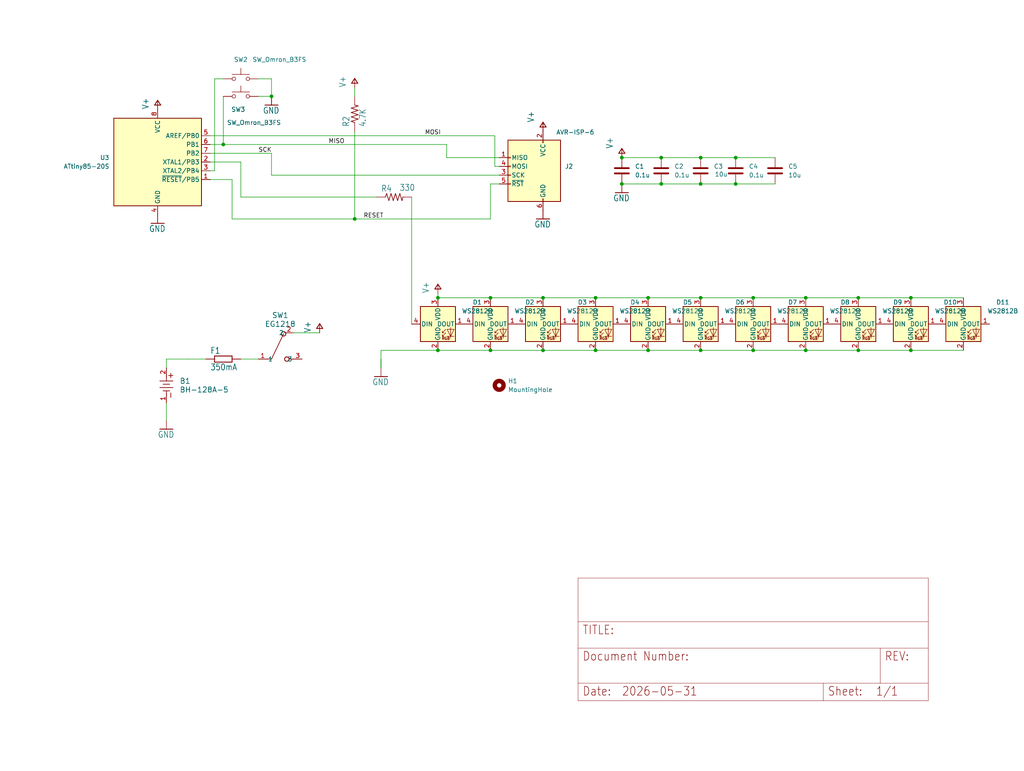
<source format=kicad_sch>
(kicad_sch (version 20231120) (generator "eeschema") (generator_version "8.0")
  (paper "User" 297.002 223.571)
  (lib_symbols
    (symbol "2024-10-30_03-31-32:BH-128A-5" (pin_names (offset 0.254))
      (property "Reference" "B" (at 4.826 3.81 0))
      (property "Value" "BH-128A-5" (at 4.826 -3.81 0))
      (symbol "BH-128A-5_1_1"
        (polyline (pts (xy 1.5875 1.27) (xy 2.8575 1.27)) (stroke (width 0.2032)))
        (polyline (pts (xy 2.2225 0.635) (xy 2.2225 1.905)) (stroke (width 0.2032)))
        (polyline (pts (xy 2.54 0) (xy 3.81 0)) (stroke (width 0.2032)))
        (polyline (pts (xy 3.81 -1.905) (xy 3.81 1.905)) (stroke (width 0.2032)))
        (polyline (pts (xy 4.7625 0.9525) (xy 4.7625 -0.9525)) (stroke (width 0.2032)))
        (polyline (pts (xy 5.715 -1.905) (xy 5.715 1.905)) (stroke (width 0.2032)))
        (polyline (pts (xy 6.6675 0) (xy 7.62 0)) (stroke (width 0.2032)))
        (polyline (pts (xy 6.6675 0.9525) (xy 6.6675 -0.9525)) (stroke (width 0.2032)))
        (polyline (pts (xy 7.3025 1.27) (xy 8.5725 1.27)) (stroke (width 0.2032)))
        (pin unspecified line (at 10.16 0 180) (length 2.54) (name "") (number "1"))
        (pin unspecified line (at 0 0 0) (length 2.54) (name "") (number "2"))
      )
    )
    (symbol "2024-10-30_04-28-58:EG1218" (pin_names (offset 0.254))
      (property "Reference" "SW" (at 7.62 15.24 0))
      (property "Value" "EG1218" (at 0 0 0))
      (symbol "EG1218_1_1"
        (polyline (pts (xy 2.54 0) (xy 3.81 0)) (stroke (width 0.2032)))
        (polyline (pts (xy 7.3251 7.3251) (xy 3.81 0)) (stroke (width 0.2032)))
        (polyline (pts (xy 10.16 0) (xy 8.89 0)) (stroke (width 0.2032)))
        (circle (center 7.3251 7.3251) (radius 0.635) (stroke (width 0.254)))
        (circle (center 8.255 0) (radius 0.635) (stroke (width 0.254)))
        (pin unspecified line (at 0 0 0) (length 2.54) (name "1") (number "1"))
        (pin unspecified line (at 10.16 7.62 180) (length 2.54) (name "2") (number "2"))
        (pin unspecified line (at 12.7 0 180) (length 2.54) (name "3") (number "3"))
      )
    )
    (symbol "Connector:AVR-ISP-6" (pin_names (offset 1.016))
      (property "Reference" "J" (at -6.35 11.43 0))
      (property "Value" "AVR-ISP-6" (at 0 11.43 0))
      (symbol "AVR-ISP-6_0_1"
        (rectangle (start -2.667 -6.858) (end -2.413 -7.62))
        (rectangle (start -2.667 10.16) (end -2.413 9.398))
        (rectangle (start 7.62 -2.413) (end 6.858 -2.667))
        (rectangle (start 7.62 0.127) (end 6.858 -0.127))
        (rectangle (start 7.62 2.667) (end 6.858 2.413))
        (rectangle (start 7.62 5.207) (end 6.858 4.953))
        (rectangle (start 7.62 10.16) (end -7.62 -7.62) (stroke (width 0.254)) (fill (type background)))
      )
      (symbol "AVR-ISP-6_1_1"
        (pin passive line (at 10.16 5.08 180) (length 2.54) (name "MISO") (number "1"))
        (pin passive line (at -2.54 12.7 270) (length 2.54) (name "VCC") (number "2"))
        (pin passive line (at 10.16 0 180) (length 2.54) (name "SCK") (number "3"))
        (pin passive line (at 10.16 2.54 180) (length 2.54) (name "MOSI") (number "4"))
        (pin passive line (at 10.16 -2.54 180) (length 2.54) (name "~{RST}") (number "5"))
        (pin passive line (at -2.54 -10.16 90) (length 2.54) (name "GND") (number "6"))
      )
    )
    (symbol "Device:C" (pin_numbers hide) (pin_names (offset 0.254))
      (property "Reference" "C" (at 0.635 2.54 0))
      (property "Value" "C" (at 0.635 -2.54 0))
      (symbol "C_0_1"
        (polyline (pts (xy -2.032 -0.762) (xy 2.032 -0.762)) (stroke (width 0.508)))
        (polyline (pts (xy -2.032 0.762) (xy 2.032 0.762)) (stroke (width 0.508)))
      )
      (symbol "C_1_1"
        (pin passive line (at 0 3.81 270) (length 2.794) (name "~") (number "1"))
        (pin passive line (at 0 -3.81 90) (length 2.794) (name "~") (number "2"))
      )
    )
    (symbol "LED:NeoPixel_THT" (pin_names (offset 0.254))
      (property "Reference" "D" (at 5.08 5.715 0))
      (property "Value" "NeoPixel_THT" (at 1.27 -5.715 0))
      (symbol "NeoPixel_THT_0_0"
        (text "RGB" (at 2.286 -4.191 0) (effects (font (size 0.762 0.762))))
      )
      (symbol "NeoPixel_THT_0_1"
        (polyline (pts (xy 1.27 -3.556) (xy 1.778 -3.556)))
        (polyline (pts (xy 1.27 -2.54) (xy 1.778 -2.54)))
        (polyline (pts (xy 4.699 -3.556) (xy 2.667 -3.556)))
        (polyline (pts (xy 2.286 -2.54) (xy 1.27 -3.556) (xy 1.27 -3.048)))
        (polyline (pts (xy 2.286 -1.524) (xy 1.27 -2.54) (xy 1.27 -2.032)))
        (polyline (pts (xy 3.683 -1.016) (xy 3.683 -3.556) (xy 3.683 -4.064)))
        (polyline (pts (xy 4.699 -1.524) (xy 2.667 -1.524) (xy 3.683 -3.556) (xy 4.699 -1.524)))
        (rectangle (start 5.08 5.08) (end -5.08 -5.08) (stroke (width 0.254)) (fill (type background)))
      )
      (symbol "NeoPixel_THT_1_1"
        (pin output line (at 7.62 0 180) (length 2.54) (name "DOUT") (number "1"))
        (pin power_in line (at 0 -7.62 90) (length 2.54) (name "GND") (number "2"))
        (pin power_in line (at 0 7.62 270) (length 2.54) (name "VDD") (number "3"))
        (pin input line (at -7.62 0 0) (length 2.54) (name "DIN") (number "4"))
      )
    )
    (symbol "MCU_Microchip_ATtiny:ATtiny85-20S"
      (property "Reference" "U" (at -12.7 13.97 0))
      (property "Value" "ATtiny85-20S" (at 2.54 -13.97 0))
      (symbol "ATtiny85-20S_0_1"
        (rectangle (start -12.7 -12.7) (end 12.7 12.7) (stroke (width 0.254)) (fill (type background)))
      )
      (symbol "ATtiny85-20S_1_1"
        (pin bidirectional line (at 15.24 -5.08 180) (length 2.54) (name "~{RESET}/PB5") (number "1"))
        (pin bidirectional line (at 15.24 0 180) (length 2.54) (name "XTAL1/PB3") (number "2"))
        (pin bidirectional line (at 15.24 -2.54 180) (length 2.54) (name "XTAL2/PB4") (number "3"))
        (pin power_in line (at 0 -15.24 90) (length 2.54) (name "GND") (number "4"))
        (pin bidirectional line (at 15.24 7.62 180) (length 2.54) (name "AREF/PB0") (number "5"))
        (pin bidirectional line (at 15.24 5.08 180) (length 2.54) (name "PB1") (number "6"))
        (pin bidirectional line (at 15.24 2.54 180) (length 2.54) (name "PB2") (number "7"))
        (pin power_in line (at 0 15.24 270) (length 2.54) (name "VCC") (number "8"))
      )
    )
    (symbol "Mechanical:MountingHole" (pin_names (offset 1.016)) (exclude_from_sim yes) (in_bom no)
      (property "Reference" "H" (at 0 5.08 0))
      (property "Value" "MountingHole" (at 0 3.175 0))
      (symbol "MountingHole_0_1"
        (circle (center 0 0) (radius 1.27) (stroke (width 1.27)))
      )
    )
    (symbol "Switch:SW_Omron_B3FS" (pin_numbers hide) (pin_names (offset 1.016) hide)
      (property "Reference" "SW" (at 1.27 2.54 0))
      (property "Value" "SW_Omron_B3FS" (at 0 -1.524 0))
      (symbol "SW_Omron_B3FS_0_1"
        (circle (center -2.032 0) (radius 0.508))
        (polyline (pts (xy 0 1.27) (xy 0 3.048)))
        (polyline (pts (xy 2.54 1.27) (xy -2.54 1.27)))
        (circle (center 2.032 0) (radius 0.508))
        (pin passive line (at -5.08 0 0) (length 2.54) (name "1") (number "1"))
        (pin passive line (at 5.08 0 180) (length 2.54) (name "2") (number "2"))
      )
    )
    (symbol "heart-eagle-import:GND" (power)
      (symbol "GND_1_0"
        (polyline (pts (xy -1.905 0) (xy 1.905 0)) (stroke (width 0.254)))
        (pin power_in line (at 0 2.54 270) (length 2.54) (name "GND") (number "1"))
      )
    )
    (symbol "heart-eagle-import:LETTER_L"
      (symbol "LETTER_L_1_0"
        (polyline (pts (xy 0 0) (xy 248.92 0) (xy 248.92 185.42) (xy 0 185.42) (xy 0 0)))
      )
      (symbol "LETTER_L_2_0"
        (polyline (pts (xy 0 0) (xy 0 5.08)) (stroke (width 0.1016)))
        (polyline (pts (xy 0 0) (xy 71.12 0)) (stroke (width 0.1016)))
        (polyline (pts (xy 0 5.08) (xy 0 15.24)) (stroke (width 0.1016)))
        (polyline (pts (xy 0 5.08) (xy 71.12 5.08)) (stroke (width 0.1016)))
        (polyline (pts (xy 0 15.24) (xy 0 22.86)) (stroke (width 0.1016)))
        (polyline (pts (xy 0 22.86) (xy 0 35.56)) (stroke (width 0.1016)))
        (polyline (pts (xy 0 22.86) (xy 101.6 22.86)) (stroke (width 0.1016)))
        (polyline (pts (xy 71.12 0) (xy 101.6 0)) (stroke (width 0.1016)))
        (polyline (pts (xy 71.12 5.08) (xy 71.12 0)) (stroke (width 0.1016)))
        (polyline (pts (xy 71.12 5.08) (xy 87.63 5.08)) (stroke (width 0.1016)))
        (polyline (pts (xy 87.63 5.08) (xy 101.6 5.08)) (stroke (width 0.1016)))
        (polyline (pts (xy 87.63 15.24) (xy 0 15.24)) (stroke (width 0.1016)))
        (polyline (pts (xy 87.63 15.24) (xy 87.63 5.08)) (stroke (width 0.1016)))
        (polyline (pts (xy 101.6 5.08) (xy 101.6 0)) (stroke (width 0.1016)))
        (polyline (pts (xy 101.6 15.24) (xy 87.63 15.24)) (stroke (width 0.1016)))
        (polyline (pts (xy 101.6 15.24) (xy 101.6 5.08)) (stroke (width 0.1016)))
        (polyline (pts (xy 101.6 22.86) (xy 101.6 15.24)) (stroke (width 0.1016)))
        (polyline (pts (xy 101.6 35.56) (xy 0 35.56)) (stroke (width 0.1016)))
        (polyline (pts (xy 101.6 35.56) (xy 101.6 22.86)) (stroke (width 0.1016)))
        (text "${#}/${##}" (at 86.36 1.27 0) (effects (font (size 2.54 2.159)) (justify left bottom)))
        (text "${CURRENT_DATE}" (at 12.7 1.27 0) (effects (font (size 2.54 2.159)) (justify left bottom)))
        (text "${PROJECTNAME}" (at 17.78 19.05 0) (effects (font (size 2.54 2.159)) (justify left bottom)))
        (text "Date:" (at 1.27 1.27 0) (effects (font (size 2.54 2.159)) (justify left bottom)))
        (text "Document Number:" (at 1.27 11.43 0) (effects (font (size 2.54 2.159)) (justify left bottom)))
        (text "REV:" (at 88.9 11.43 0) (effects (font (size 2.54 2.159)) (justify left bottom)))
        (text "Sheet:" (at 72.39 1.27 0) (effects (font (size 2.54 2.159)) (justify left bottom)))
        (text "TITLE:" (at 1.27 19.05 0) (effects (font (size 2.54 2.159)) (justify left bottom)))
      )
    )
    (symbol "heart-eagle-import:R-EU_R0603"
      (property "Reference" "R" (at -3.81 1.4986 0))
      (symbol "R-EU_R0603_1_0"
        (polyline (pts (xy -2.54 -0.889) (xy -2.54 0.889)) (stroke (width 0.254)))
        (polyline (pts (xy -2.54 -0.889) (xy 2.54 -0.889)) (stroke (width 0.254)))
        (polyline (pts (xy 2.54 -0.889) (xy 2.54 0.889)) (stroke (width 0.254)))
        (polyline (pts (xy 2.54 0.889) (xy -2.54 0.889)) (stroke (width 0.254)))
        (pin passive line (at -5.08 0 0) (length 2.54) (name "1") (number "1"))
        (pin passive line (at 5.08 0 180) (length 2.54) (name "2") (number "2"))
      )
    )
    (symbol "heart-eagle-import:R-US_R0603"
      (property "Reference" "R" (at -3.81 1.4986 0))
      (symbol "R-US_R0603_1_0"
        (polyline (pts (xy -2.54 0) (xy -2.159 1.016)) (stroke (width 0.2032)))
        (polyline (pts (xy -2.159 1.016) (xy -1.524 -1.016)) (stroke (width 0.2032)))
        (polyline (pts (xy -1.524 -1.016) (xy -0.889 1.016)) (stroke (width 0.2032)))
        (polyline (pts (xy -0.889 1.016) (xy -0.254 -1.016)) (stroke (width 0.2032)))
        (polyline (pts (xy -0.254 -1.016) (xy 0.381 1.016)) (stroke (width 0.2032)))
        (polyline (pts (xy 0.381 1.016) (xy 1.016 -1.016)) (stroke (width 0.2032)))
        (polyline (pts (xy 1.016 -1.016) (xy 1.651 1.016)) (stroke (width 0.2032)))
        (polyline (pts (xy 1.651 1.016) (xy 2.286 -1.016)) (stroke (width 0.2032)))
        (polyline (pts (xy 2.286 -1.016) (xy 2.54 0)) (stroke (width 0.2032)))
        (pin passive line (at -5.08 0 0) (length 2.54) (name "1") (number "1"))
        (pin passive line (at 5.08 0 180) (length 2.54) (name "2") (number "2"))
      )
    )
    (symbol "heart-eagle-import:V+" (power)
      (symbol "V+_1_0"
        (polyline (pts (xy -0.889 -1.27) (xy 0.889 -1.27)) (stroke (width 0.254)))
        (polyline (pts (xy 0 0.127) (xy -0.889 -1.27)) (stroke (width 0.254)))
        (polyline (pts (xy 0.889 -1.27) (xy 0 0.127)) (stroke (width 0.254)))
        (pin power_in line (at 0 -2.54 90) (length 2.54) (name "V+") (number "1"))
      )
    )
  )
  (junction (at 218.44 86.36))
  (junction (at 264.16 101.6))
  (junction (at 233.68 101.6))
  (junction (at 203.2 53.34))
  (junction (at 187.96 86.36))
  (junction (at 157.48 86.36))
  (junction (at 172.72 86.36))
  (junction (at 180.34 45.72))
  (junction (at 180.34 53.34))
  (junction (at 64.77 41.91))
  (junction (at 127 101.6))
  (junction (at 191.77 45.72))
  (junction (at 213.36 53.34))
  (junction (at 78.74 27.94))
  (junction (at 203.2 45.72))
  (junction (at 264.16 86.36))
  (junction (at 172.72 101.6))
  (junction (at 248.92 101.6))
  (junction (at 203.2 101.6))
  (junction (at 248.92 86.36))
  (junction (at 142.24 101.6))
  (junction (at 102.87 63.5))
  (junction (at 127 86.36))
  (junction (at 187.96 101.6))
  (junction (at 157.48 101.6))
  (junction (at 233.68 86.36))
  (junction (at 203.2 86.36))
  (junction (at 218.44 101.6))
  (junction (at 191.77 53.34))
  (junction (at 213.36 45.72))
  (junction (at 142.24 86.36))
  (wire (pts (xy 69.85 104.14) (xy 74.93 104.14)) (stroke (width 0.1524)))
  (wire (pts (xy 127 86.36) (xy 142.24 86.36)))
  (wire (pts (xy 110.49 104.14) (xy 110.49 106.68)) (stroke (width 0.1524)))
  (wire (pts (xy 48.26 116.84) (xy 48.26 121.92)) (stroke (width 0.1524)))
  (wire (pts (xy 54.61 104.14) (xy 59.69 104.14)) (stroke (width 0.1524)))
  (wire (pts (xy 203.2 53.34) (xy 213.36 53.34)))
  (wire (pts (xy 60.96 39.37) (xy 143.51 39.37)) (stroke (width 0.1524)))
  (wire (pts (xy 67.31 52.07) (xy 60.96 52.07)) (stroke (width 0.1524)))
  (wire (pts (xy 233.68 86.36) (xy 248.92 86.36)))
  (wire (pts (xy 157.48 101.6) (xy 172.72 101.6)))
  (wire (pts (xy 60.96 44.45) (xy 78.74 44.45)) (stroke (width 0.1524)))
  (wire (pts (xy 233.68 101.6) (xy 248.92 101.6)))
  (wire (pts (xy 78.74 50.8) (xy 144.78 50.8)) (stroke (width 0.1524)))
  (wire (pts (xy 157.48 86.36) (xy 172.72 86.36)))
  (wire (pts (xy 102.87 25.4) (xy 102.87 27.94)) (stroke (width 0.1524)))
  (wire (pts (xy 143.51 39.37) (xy 143.51 48.26)) (stroke (width 0.1524)))
  (wire (pts (xy 264.16 86.36) (xy 279.4 86.36)))
  (wire (pts (xy 142.24 86.36) (xy 157.48 86.36)))
  (wire (pts (xy 203.2 86.36) (xy 218.44 86.36)))
  (wire (pts (xy 69.85 46.99) (xy 60.96 46.99)) (stroke (width 0.1524)))
  (wire (pts (xy 119.38 57.15) (xy 119.38 93.98)))
  (wire (pts (xy 48.26 104.14) (xy 54.61 104.14)))
  (wire (pts (xy 78.74 27.94) (xy 74.93 27.94)))
  (wire (pts (xy 248.92 86.36) (xy 264.16 86.36)))
  (wire (pts (xy 127 85.09) (xy 127 86.36)))
  (wire (pts (xy 144.78 48.26) (xy 143.51 48.26)))
  (wire (pts (xy 48.26 106.68) (xy 48.26 104.14)))
  (wire (pts (xy 142.24 101.6) (xy 157.48 101.6)))
  (wire (pts (xy 67.31 63.5) (xy 102.87 63.5)) (stroke (width 0.1524)))
  (wire (pts (xy 64.77 41.91) (xy 60.96 41.91)) (stroke (width 0.1524)))
  (wire (pts (xy 203.2 101.6) (xy 218.44 101.6)))
  (wire (pts (xy 191.77 53.34) (xy 203.2 53.34)))
  (wire (pts (xy 187.96 101.6) (xy 203.2 101.6)))
  (wire (pts (xy 213.36 45.72) (xy 224.79 45.72)))
  (wire (pts (xy 218.44 86.36) (xy 233.68 86.36)))
  (wire (pts (xy 129.54 41.91) (xy 64.77 41.91)) (stroke (width 0.1524)))
  (wire (pts (xy 67.31 52.07) (xy 67.31 63.5)) (stroke (width 0.1524)))
  (wire (pts (xy 203.2 45.72) (xy 213.36 45.72)))
  (wire (pts (xy 142.24 53.34) (xy 144.78 53.34)) (stroke (width 0.1524)))
  (wire (pts (xy 218.44 101.6) (xy 233.68 101.6)))
  (wire (pts (xy 64.77 27.94) (xy 64.77 41.91)))
  (wire (pts (xy 127 101.6) (xy 142.24 101.6)))
  (wire (pts (xy 142.24 63.5) (xy 142.24 53.34)) (stroke (width 0.1524)))
  (wire (pts (xy 172.72 101.6) (xy 187.96 101.6)))
  (wire (pts (xy 62.23 22.86) (xy 62.23 49.53)))
  (wire (pts (xy 62.23 49.53) (xy 60.96 49.53)))
  (wire (pts (xy 110.49 101.6) (xy 127 101.6)))
  (wire (pts (xy 74.93 22.86) (xy 78.74 22.86)))
  (wire (pts (xy 264.16 101.6) (xy 279.4 101.6)))
  (wire (pts (xy 85.09 96.52) (xy 92.71 96.52)))
  (wire (pts (xy 191.77 45.72) (xy 203.2 45.72)))
  (wire (pts (xy 213.36 53.34) (xy 224.79 53.34)))
  (wire (pts (xy 248.92 101.6) (xy 264.16 101.6)))
  (wire (pts (xy 78.74 22.86) (xy 78.74 27.94)))
  (wire (pts (xy 69.85 46.99) (xy 69.85 57.15)) (stroke (width 0.1524)))
  (wire (pts (xy 64.77 22.86) (xy 62.23 22.86)))
  (wire (pts (xy 187.96 86.36) (xy 203.2 86.36)))
  (wire (pts (xy 110.49 101.6) (xy 110.49 106.68)))
  (wire (pts (xy 129.54 45.72) (xy 144.78 45.72)) (stroke (width 0.1524)))
  (wire (pts (xy 102.87 38.1) (xy 102.87 63.5)) (stroke (width 0.1524)))
  (wire (pts (xy 180.34 45.72) (xy 191.77 45.72)))
  (wire (pts (xy 102.87 63.5) (xy 142.24 63.5)) (stroke (width 0.1524)))
  (wire (pts (xy 78.74 44.45) (xy 78.74 50.8)) (stroke (width 0.1524)))
  (wire (pts (xy 172.72 86.36) (xy 187.96 86.36)))
  (wire (pts (xy 129.54 41.91) (xy 129.54 45.72)) (stroke (width 0.1524)))
  (wire (pts (xy 180.34 53.34) (xy 191.77 53.34)))
  (wire (pts (xy 69.85 57.15) (xy 109.22 57.15)) (stroke (width 0.1524)))
  (label "RESET" (at 105.41 63.5 0) (effects (font (size 1.2446 1.2446))))
  (label "MISO" (at 95.25 41.91 0) (effects (font (size 1.2446 1.2446))))
  (label "SCK" (at 74.93 44.45 0) (effects (font (size 1.2446 1.2446))))
  (label "MOSI" (at 123.19 39.37 0) (effects (font (size 1.2446 1.2446))))
  (symbol (lib_id "2024-10-30_04-28-58:EG1218") (at 74.93 104.14 0) (unit 1)
    (property "Reference" "SW1" (at 81.28 91.44 0) (effects (font (size 1.524 1.524))))
    (property "Value" "EG1218" (at 81.28 93.98 0) (effects (font (size 1.524 1.524))))
    (property "Footprint" "SW_1218_EWI" (effects (hide yes)))
    (property "Datasheet" "EG1218" (effects (hide yes)))
  )
  (symbol (lib_id "heart-eagle-import:V+") (at 102.87 22.86 0) (unit 1)
    (property "Reference" "#P+02" (effects (hide yes)))
    (property "Value" "V+" (at 100.33 25.4 90) (effects (font (size 1.778 1.5113)) (justify left bottom)))
  )
  (symbol (lib_id "heart-eagle-import:R-US_R0603") (at 102.87 33.02 90) (unit 1)
    (property "Reference" "R2" (at 101.3714 36.83 0) (effects (font (size 1.778 1.5113)) (justify left bottom)))
    (property "Value" "4.7K" (at 106.172 36.83 0) (effects (font (size 1.778 1.5113)) (justify left bottom)))
    (property "Footprint" "Resistor_SMD:R_0603_1608Metric_Pad0.98x0.95mm_HandSolder" (effects (hide yes)))
  )
  (symbol (lib_id "heart-eagle-import:V+") (at 92.71 93.98 0) (unit 1)
    (property "Reference" "#P+08" (effects (hide yes)))
    (property "Value" "V+" (at 90.17 96.52 90) (effects (font (size 1.778 1.5113)) (justify left bottom)))
  )
  (symbol (lib_id "heart-eagle-import:GND") (at 45.72 64.77 0) (unit 1)
    (property "Reference" "#GND01" (effects (hide yes)))
    (property "Value" "GND" (at 43.18 67.31 0) (effects (font (size 1.778 1.5113)) (justify left bottom)))
  )
  (symbol (lib_id "LED:NeoPixel_THT") (at 248.92 93.98 0) (unit 1)
    (property "Reference" "D9" (at 260.35 87.6614 0))
    (property "Value" "WS2812B" (at 260.35 90.2014 0))
    (property "Footprint" "LED_THT:LED_D5.0mm-4_RGB" (effects (hide yes)))
    (property "Datasheet" "https://www.adafruit.com/product/1938" (effects (hide yes)))
    (property "Description" "RGB LED with integrated controller, 5mm/8mm LED package" (effects (hide yes)))
  )
  (symbol (lib_id "heart-eagle-import:R-US_R0603") (at 114.3 57.15 0) (unit 1)
    (property "Reference" "R4" (at 110.49 55.6514 0) (effects (font (size 1.778 1.5113)) (justify left bottom)))
    (property "Value" "330" (at 115.824 55.372 0) (effects (font (size 1.778 1.5113)) (justify left bottom)))
    (property "Footprint" "Resistor_SMD:R_0603_1608Metric_Pad0.98x0.95mm_HandSolder" (effects (hide yes)))
  )
  (symbol (lib_id "heart-eagle-import:GND") (at 48.26 124.46 0) (unit 1)
    (property "Reference" "#GND03" (effects (hide yes)))
    (property "Value" "GND" (at 45.72 127 0) (effects (font (size 1.778 1.5113)) (justify left bottom)))
  )
  (symbol (lib_id "2024-10-30_03-31-32:BH-128A-5") (at 48.26 106.68 270) (unit 1)
    (property "Reference" "B1" (at 52.07 110.4899 90) (effects (font (size 1.524 1.524)) (justify left)))
    (property "Value" "BH-128A-5" (at 52.07 113.0299 90) (effects (font (size 1.524 1.524)) (justify left)))
    (property "Footprint" "BAT_BH-128A-5_ADM" (effects (hide yes)))
    (property "Datasheet" "BH-128A-5" (effects (hide yes)))
  )
  (symbol (lib_id "Device:C") (at 191.77 49.53 0) (unit 1)
    (property "Reference" "C2" (at 195.58 48.2599 0) (effects (justify left)))
    (property "Value" "0.1u" (at 195.58 50.7999 0) (effects (justify left)))
    (property "Footprint" "Capacitor_SMD:C_0603_1608Metric_Pad1.08x0.95mm_HandSolder" (effects (hide yes)))
    (property "Description" "Unpolarized capacitor" (effects (hide yes)))
  )
  (symbol (lib_id "LED:NeoPixel_THT") (at 187.96 93.98 0) (unit 1)
    (property "Reference" "D5" (at 199.39 87.6614 0))
    (property "Value" "WS2812B" (at 199.39 90.2014 0))
    (property "Footprint" "LED_THT:LED_D5.0mm-4_RGB" (effects (hide yes)))
    (property "Datasheet" "https://www.adafruit.com/product/1938" (effects (hide yes)))
    (property "Description" "RGB LED with integrated controller, 5mm/8mm LED package" (effects (hide yes)))
  )
  (symbol (lib_id "LED:NeoPixel_THT") (at 279.4 93.98 0) (unit 1)
    (property "Reference" "D11" (at 290.83 87.6614 0))
    (property "Value" "WS2812B" (at 290.83 90.2014 0))
    (property "Footprint" "LED_THT:LED_D5.0mm-4_RGB" (effects (hide yes)))
    (property "Datasheet" "https://www.adafruit.com/product/1938" (effects (hide yes)))
    (property "Description" "RGB LED with integrated controller, 5mm/8mm LED package" (effects (hide yes)))
  )
  (symbol (lib_id "LED:NeoPixel_THT") (at 142.24 93.98 0) (unit 1)
    (property "Reference" "D2" (at 153.67 87.6614 0))
    (property "Value" "WS2812B" (at 153.67 90.2014 0))
    (property "Footprint" "LED_THT:LED_D5.0mm-4_RGB" (effects (hide yes)))
    (property "Datasheet" "https://www.adafruit.com/product/1938" (effects (hide yes)))
    (property "Description" "RGB LED with integrated controller, 5mm/8mm LED package" (effects (hide yes)))
  )
  (symbol (lib_id "MCU_Microchip_ATtiny:ATtiny85-20S") (at 45.72 46.99 0) (unit 1)
    (property "Reference" "U3" (at 31.75 45.7199 0) (effects (justify right)))
    (property "Value" "ATtiny85-20S" (at 31.75 48.2599 0) (effects (justify right)))
    (property "Footprint" "Package_SO:SOIC-8W_5.3x5.3mm_P1.27mm" (effects (hide yes)))
    (property "Datasheet" "http://ww1.microchip.com/downloads/en/DeviceDoc/atmel-2586-avr-8-bit-microcontroller-attiny25-attiny45-attiny85_datasheet.pdf" (effects (hide yes)))
    (property "Description" "20MHz, 8kB Flash, 512B SRAM, 512B EEPROM, debugWIRE, SOIC-8W" (effects (hide yes)))
  )
  (symbol (lib_id "LED:NeoPixel_THT") (at 218.44 93.98 0) (unit 1)
    (property "Reference" "D7" (at 229.87 87.6614 0))
    (property "Value" "WS2812B" (at 229.87 90.2014 0))
    (property "Footprint" "LED_THT:LED_D5.0mm-4_RGB" (effects (hide yes)))
    (property "Datasheet" "https://www.adafruit.com/product/1938" (effects (hide yes)))
    (property "Description" "RGB LED with integrated controller, 5mm/8mm LED package" (effects (hide yes)))
  )
  (symbol (lib_id "Device:C") (at 213.36 49.53 0) (unit 1)
    (property "Reference" "C4" (at 217.17 48.2599 0) (effects (justify left)))
    (property "Value" "0.1u" (at 217.17 50.7999 0) (effects (justify left)))
    (property "Footprint" "Capacitor_SMD:C_0603_1608Metric_Pad1.08x0.95mm_HandSolder" (effects (hide yes)))
    (property "Description" "Unpolarized capacitor" (effects (hide yes)))
  )
  (symbol (lib_id "Device:C") (at 203.2 49.53 0) (unit 1)
    (property "Reference" "C3" (at 207.01 48.26 0) (effects (justify left)))
    (property "Value" "10u" (at 207.264 50.546 0) (effects (justify left)))
    (property "Footprint" "Capacitor_SMD:C_0603_1608Metric_Pad1.08x0.95mm_HandSolder" (effects (hide yes)))
    (property "Description" "Unpolarized capacitor" (effects (hide yes)))
  )
  (symbol (lib_id "Mechanical:MountingHole") (at 144.78 111.76 0) (unit 1) (exclude_from_sim yes) (in_bom no)
    (property "Reference" "H1" (at 147.32 110.4899 0) (effects (justify left)))
    (property "Value" "MountingHole" (at 147.32 113.0299 0) (effects (justify left)))
    (property "Footprint" "MountingHole:MountingHole_2.5mm" (effects (hide yes)))
    (property "Description" "Mounting Hole without connection" (effects (hide yes)))
  )
  (symbol (lib_id "Device:C") (at 180.34 49.53 0) (unit 1)
    (property "Reference" "C1" (at 184.15 48.2599 0) (effects (justify left)))
    (property "Value" "0.1u" (at 184.15 50.7999 0) (effects (justify left)))
    (property "Footprint" "Capacitor_SMD:C_0603_1608Metric_Pad1.08x0.95mm_HandSolder" (effects (hide yes)))
    (property "Description" "Unpolarized capacitor" (effects (hide yes)))
  )
  (symbol (lib_id "LED:NeoPixel_THT") (at 157.48 93.98 0) (unit 1)
    (property "Reference" "D3" (at 168.91 87.6614 0))
    (property "Value" "WS2812B" (at 168.91 90.2014 0))
    (property "Footprint" "LED_THT:LED_D5.0mm-4_RGB" (effects (hide yes)))
    (property "Datasheet" "https://www.adafruit.com/product/1938" (effects (hide yes)))
    (property "Description" "RGB LED with integrated controller, 5mm/8mm LED package" (effects (hide yes)))
  )
  (symbol (lib_id "Switch:SW_Omron_B3FS") (at 69.85 22.86 0) (unit 1)
    (property "Reference" "SW2" (at 69.85 17.272 0))
    (property "Value" "SW_Omron_B3FS" (at 81.026 17.272 0))
    (property "Footprint" "Button_Switch_SMD:SW_SPST_Omron_B3FS-100xP" (effects (hide yes)))
    (property "Datasheet" "https://omronfs.omron.com/en_US/ecb/products/pdf/en-b3fs.pdf" (effects (hide yes)))
    (property "Description" "Omron B3FS 6x6mm single pole normally-open tactile switch" (effects (hide yes)))
  )
  (symbol (lib_id "Device:C") (at 224.79 49.53 0) (unit 1)
    (property "Reference" "C5" (at 228.6 48.2599 0) (effects (justify left)))
    (property "Value" "10u" (at 228.6 50.7999 0) (effects (justify left)))
    (property "Footprint" "Capacitor_SMD:C_0603_1608Metric_Pad1.08x0.95mm_HandSolder" (effects (hide yes)))
    (property "Description" "Unpolarized capacitor" (effects (hide yes)))
  )
  (symbol (lib_id "Connector:AVR-ISP-6") (at 154.94 50.8 0) (mirror y) (unit 1)
    (property "Reference" "J2" (at 163.83 48.2599 0) (effects (justify right)))
    (property "Value" "AVR-ISP-6" (at 161.29 38.354 0) (effects (justify right)))
    (property "Footprint" "Connector_IDC:IDC-Header_2x03_P2.54mm_Vertical" (effects (hide yes)))
    (property "Description" "Atmel 6-pin ISP connector" (effects (hide yes)))
  )
  (symbol (lib_id "LED:NeoPixel_THT") (at 203.2 93.98 0) (unit 1)
    (property "Reference" "D6" (at 214.63 87.6614 0))
    (property "Value" "WS2812B" (at 214.63 90.2014 0))
    (property "Footprint" "LED_THT:LED_D5.0mm-4_RGB" (effects (hide yes)))
    (property "Datasheet" "https://www.adafruit.com/product/1938" (effects (hide yes)))
    (property "Description" "RGB LED with integrated controller, 5mm/8mm LED package" (effects (hide yes)))
  )
  (symbol (lib_id "LED:NeoPixel_THT") (at 233.68 93.98 0) (unit 1)
    (property "Reference" "D8" (at 245.11 87.6614 0))
    (property "Value" "WS2812B" (at 245.11 90.2014 0))
    (property "Footprint" "LED_THT:LED_D5.0mm-4_RGB" (effects (hide yes)))
    (property "Datasheet" "https://www.adafruit.com/product/1938" (effects (hide yes)))
    (property "Description" "RGB LED with integrated controller, 5mm/8mm LED package" (effects (hide yes)))
  )
  (symbol (lib_id "heart-eagle-import:V+") (at 45.72 29.21 0) (unit 1)
    (property "Reference" "#P+01" (effects (hide yes)))
    (property "Value" "V+" (at 43.18 31.75 90) (effects (font (size 1.778 1.5113)) (justify left bottom)))
  )
  (symbol (lib_id "LED:NeoPixel_THT") (at 264.16 93.98 0) (unit 1)
    (property "Reference" "D10" (at 275.59 87.6614 0))
    (property "Value" "WS2812B" (at 275.59 90.2014 0))
    (property "Footprint" "LED_THT:LED_D5.0mm-4_RGB" (effects (hide yes)))
    (property "Datasheet" "https://www.adafruit.com/product/1938" (effects (hide yes)))
    (property "Description" "RGB LED with integrated controller, 5mm/8mm LED package" (effects (hide yes)))
  )
  (symbol (lib_id "heart-eagle-import:GND") (at 157.48 63.5 0) (unit 1)
    (property "Reference" "#GND08" (effects (hide yes)))
    (property "Value" "GND" (at 154.94 66.04 0) (effects (font (size 1.778 1.5113)) (justify left bottom)))
  )
  (symbol (lib_id "heart-eagle-import:GND") (at 78.74 30.48 0) (unit 1)
    (property "Reference" "#GND04" (effects (hide yes)))
    (property "Value" "GND" (at 76.2 33.02 0) (effects (font (size 1.778 1.5113)) (justify left bottom)))
  )
  (symbol (lib_id "Switch:SW_Omron_B3FS") (at 69.85 27.94 0) (unit 1)
    (property "Reference" "SW3" (at 69.088 31.75 0))
    (property "Value" "SW_Omron_B3FS" (at 73.66 35.56 0))
    (property "Footprint" "Button_Switch_SMD:SW_SPST_Omron_B3FS-100xP" (effects (hide yes)))
    (property "Datasheet" "https://omronfs.omron.com/en_US/ecb/products/pdf/en-b3fs.pdf" (effects (hide yes)))
    (property "Description" "Omron B3FS 6x6mm single pole normally-open tactile switch" (effects (hide yes)))
  )
  (symbol (lib_id "LED:NeoPixel_THT") (at 127 93.98 0) (unit 1)
    (property "Reference" "D1" (at 138.43 87.6614 0))
    (property "Value" "WS2812B" (at 138.43 90.2014 0))
    (property "Footprint" "LED_THT:LED_D5.0mm-4_RGB" (effects (hide yes)))
    (property "Datasheet" "https://www.adafruit.com/product/1938" (effects (hide yes)))
    (property "Description" "RGB LED with integrated controller, 5mm/8mm LED package" (effects (hide yes)))
  )
  (symbol (lib_id "heart-eagle-import:V+") (at 127 82.55 0) (unit 1)
    (property "Reference" "#P+03" (effects (hide yes)))
    (property "Value" "V+" (at 124.46 85.09 90) (effects (font (size 1.778 1.5113)) (justify left bottom)))
  )
  (symbol (lib_id "heart-eagle-import:V+") (at 180.34 43.18 0) (unit 1)
    (property "Reference" "#P+04" (effects (hide yes)))
    (property "Value" "V+" (at 177.8 43.18 90) (effects (font (size 1.778 1.5113)) (justify left bottom)))
  )
  (symbol (lib_id "heart-eagle-import:LETTER_L") (at 167.64 203.2 0) (unit 2)
    (property "Reference" "#FRAME1" (effects (hide yes)))
    (property "Value" "LETTER_L" (effects (hide yes)))
  )
  (symbol (lib_id "LED:NeoPixel_THT") (at 172.72 93.98 0) (unit 1)
    (property "Reference" "D4" (at 184.15 87.6614 0))
    (property "Value" "WS2812B" (at 184.15 90.2014 0))
    (property "Footprint" "LED_THT:LED_D5.0mm-4_RGB" (effects (hide yes)))
    (property "Datasheet" "https://www.adafruit.com/product/1938" (effects (hide yes)))
    (property "Description" "RGB LED with integrated controller, 5mm/8mm LED package" (effects (hide yes)))
  )
  (symbol (lib_id "heart-eagle-import:GND") (at 180.34 55.88 0) (unit 1)
    (property "Reference" "#GND02" (effects (hide yes)))
    (property "Value" "GND" (at 177.8 58.42 0) (effects (font (size 1.778 1.5113)) (justify left bottom)))
  )
  (symbol (lib_id "heart-eagle-import:V+") (at 157.48 35.56 0) (unit 1)
    (property "Reference" "#P+05" (effects (hide yes)))
    (property "Value" "V+" (at 154.94 35.56 90) (effects (font (size 1.778 1.5113)) (justify left bottom)))
  )
  (symbol (lib_id "heart-eagle-import:GND") (at 110.49 109.22 0) (unit 1)
    (property "Reference" "#GND013" (effects (hide yes)))
    (property "Value" "GND" (at 107.95 111.76 0) (effects (font (size 1.778 1.5113)) (justify left bottom)))
  )
  (symbol (lib_id "heart-eagle-import:R-EU_R0603") (at 64.77 104.14 0) (unit 1)
    (property "Reference" "F1" (at 60.96 102.6414 0) (effects (font (size 1.778 1.5113)) (justify left bottom)))
    (property "Value" "350mA" (at 60.96 107.442 0) (effects (font (size 1.778 1.5113)) (justify left bottom)))
    (property "Footprint" "Resistor_SMD:R_0603_1608Metric_Pad0.98x0.95mm_HandSolder" (effects (hide yes)))
  )
)
</source>
